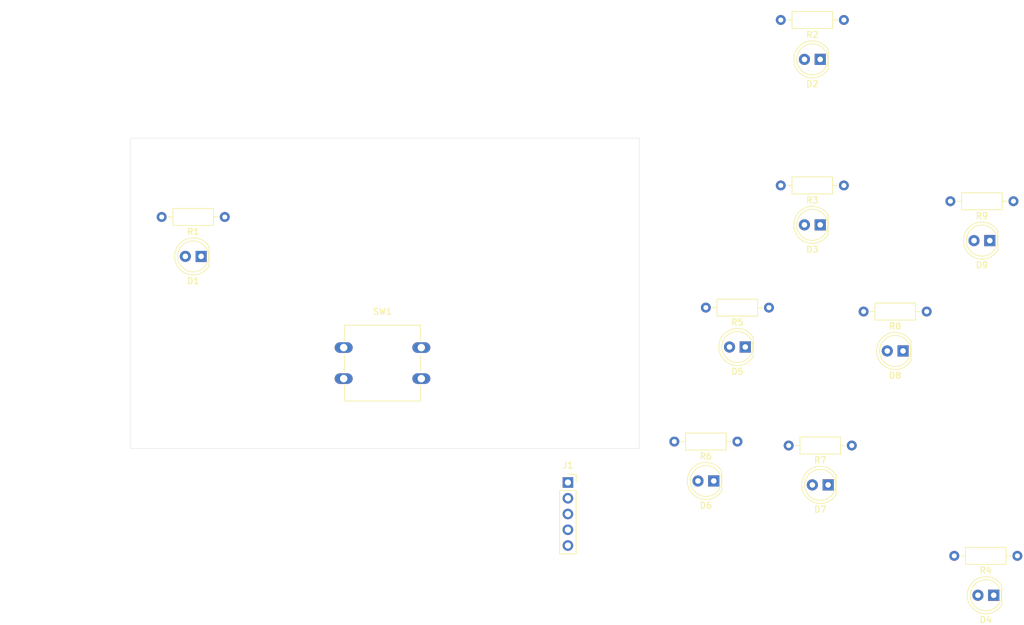
<source format=kicad_pcb>
(kicad_pcb (version 20240108) (generator "pcbnew") (generator_version "8.0")
  (layers (0 "F.Cu" signal) (31 "B.Cu" signal) (34 "B.Paste" user) (35 "F.Paste" user) (36 "B.SilkS" user "B.Silkscreen") (37 "F.SilkS" user "F.Silkscreen") (38 "B.Mask" user) (39 "F.Mask" user) (44 "Edge.Cuts" user))
  (net 0 "")
  (net 1 "Net-(D1-A)")
  (net 2 "Net-(D2-A)")
  (net 3 "Net-(D3-A)")
  (net 4 "Net-(D4-A)")
  (net 5 "Net-(D5-A)")
  (net 6 "Net-(D6-A)")
  (net 7 "Net-(D7-A)")
  (net 8 "Net-(D8-A)")
  (net 9 "-BATT")
  (net 10 "Net-(D9-A)")
  (net 11 "/LOW_LED_IN+")
  (net 12 "/BUTTON_PIN")
  (net 13 "/HIGH_LED_IN+")
  (net 14 "/CHARGING_LED_IN+")
  (footprint "Resistor_THT:R_Axial_DIN0207_L6.3mm_D2.5mm_P10.16mm_Horizontal" (layer "F.Cu") (at 222.89 85.725 180)
    (property "Reference" "R6" (at 5.08 -2.37 0) (layer "F.SilkS"))
    (property "Value" "150")
    (fp_line (start 9.12 0) (end 8.35 0) (stroke (width 0.12)) (layer "F.SilkS"))
    (fp_line (start 8.35 1.37) (end 8.35 -1.37) (stroke (width 0.12)) (layer "F.SilkS"))
    (fp_line (start 8.35 -1.37) (end 1.81 -1.37) (stroke (width 0.12)) (layer "F.SilkS"))
    (fp_line (start 1.81 1.37) (end 8.35 1.37) (stroke (width 0.12)) (layer "F.SilkS"))
    (fp_line (start 1.81 -1.37) (end 1.81 1.37) (stroke (width 0.12)) (layer "F.SilkS"))
    (fp_line (start 1.04 0) (end 1.81 0) (stroke (width 0.12)) (layer "F.SilkS"))
    (pad "1" thru_hole circle (at 0 0 180) (size 1.6 1.6) (drill 0.8) (layers "*.Cu" "*.Mask") (net 13 "/HIGH_LED_IN+"))
    (pad "2" thru_hole oval (at 10.16 0 180) (size 1.6 1.6) (drill 0.8) (layers "*.Cu" "*.Mask") (net 6 "Net-(D6-A)"))
  )
  (footprint "LED_THT:LED_D5.0mm" (layer "F.Cu") (at 236.22 50.8 180)
    (property "Reference" "D3" (at 1.27 -3.96 0) (layer "F.SilkS"))
    (property "Value" "LED")
    (fp_line (start -1.29 -1.545) (end -1.29 1.545) (stroke (width 0.12)) (layer "F.SilkS"))
    (fp_arc (start 4.26 -0.000462) (mid 2.072002 2.880433) (end -1.29 1.54483) (stroke (width 0.12)) (layer "F.SilkS"))
    (fp_arc (start -1.29 -1.54483) (mid 2.072002 -2.880433) (end 4.26 0.000462) (stroke (width 0.12)) (layer "F.SilkS"))
    (fp_circle (center 1.27 0) (end 3.77 0) (stroke (width 0.12)) (fill none) (layer "F.SilkS"))
    (pad "1" thru_hole rect (at 0 0 180) (size 1.8 1.8) (drill 0.9) (layers "*.Cu" "*.Mask") (net 9 "-BATT"))
    (pad "2" thru_hole circle (at 2.54 0 180) (size 1.8 1.8) (drill 0.9) (layers "*.Cu" "*.Mask") (net 3 "Net-(D3-A)"))
  )
  (footprint "LED_THT:LED_D5.0mm" (layer "F.Cu") (at 263.53 53.34 180)
    (property "Reference" "D9" (at 1.27 -3.96 0) (layer "F.SilkS"))
    (property "Value" "LED")
    (fp_line (start -1.29 -1.545) (end -1.29 1.545) (stroke (width 0.12)) (layer "F.SilkS"))
    (fp_arc (start 4.26 -0.000462) (mid 2.072002 2.880433) (end -1.29 1.54483) (stroke (width 0.12)) (layer "F.SilkS"))
    (fp_arc (start -1.29 -1.54483) (mid 2.072002 -2.880433) (end 4.26 0.000462) (stroke (width 0.12)) (layer "F.SilkS"))
    (fp_circle (center 1.27 0) (end 3.77 0) (stroke (width 0.12)) (fill none) (layer "F.SilkS"))
    (pad "1" thru_hole rect (at 0 0 180) (size 1.8 1.8) (drill 0.9) (layers "*.Cu" "*.Mask") (net 9 "-BATT"))
    (pad "2" thru_hole circle (at 2.54 0 180) (size 1.8 1.8) (drill 0.9) (layers "*.Cu" "*.Mask") (net 10 "Net-(D9-A)"))
  )
  (footprint "Resistor_THT:R_Axial_DIN0207_L6.3mm_D2.5mm_P10.16mm_Horizontal" (layer "F.Cu") (at 267.97 104.14 180)
    (property "Reference" "R4" (at 5.08 -2.37 0) (layer "F.SilkS"))
    (property "Value" "150")
    (fp_line (start 9.12 0) (end 8.35 0) (stroke (width 0.12)) (layer "F.SilkS"))
    (fp_line (start 8.35 1.37) (end 8.35 -1.37) (stroke (width 0.12)) (layer "F.SilkS"))
    (fp_line (start 8.35 -1.37) (end 1.81 -1.37) (stroke (width 0.12)) (layer "F.SilkS"))
    (fp_line (start 1.81 1.37) (end 8.35 1.37) (stroke (width 0.12)) (layer "F.SilkS"))
    (fp_line (start 1.81 -1.37) (end 1.81 1.37) (stroke (width 0.12)) (layer "F.SilkS"))
    (fp_line (start 1.04 0) (end 1.81 0) (stroke (width 0.12)) (layer "F.SilkS"))
    (pad "1" thru_hole circle (at 0 0 180) (size 1.6 1.6) (drill 0.8) (layers "*.Cu" "*.Mask") (net 11 "/LOW_LED_IN+"))
    (pad "2" thru_hole oval (at 10.16 0 180) (size 1.6 1.6) (drill 0.8) (layers "*.Cu" "*.Mask") (net 4 "Net-(D4-A)"))
  )
  (footprint "Resistor_THT:R_Axial_DIN0207_L6.3mm_D2.5mm_P10.16mm_Horizontal" (layer "F.Cu") (at 267.34 46.99 180)
    (property "Reference" "R9" (at 5.08 -2.37 0) (layer "F.SilkS"))
    (property "Value" "150")
    (fp_line (start 9.12 0) (end 8.35 0) (stroke (width 0.12)) (layer "F.SilkS"))
    (fp_line (start 8.35 1.37) (end 8.35 -1.37) (stroke (width 0.12)) (layer "F.SilkS"))
    (fp_line (start 8.35 -1.37) (end 1.81 -1.37) (stroke (width 0.12)) (layer "F.SilkS"))
    (fp_line (start 1.81 1.37) (end 8.35 1.37) (stroke (width 0.12)) (layer "F.SilkS"))
    (fp_line (start 1.81 -1.37) (end 1.81 1.37) (stroke (width 0.12)) (layer "F.SilkS"))
    (fp_line (start 1.04 0) (end 1.81 0) (stroke (width 0.12)) (layer "F.SilkS"))
    (pad "1" thru_hole circle (at 0 0 180) (size 1.6 1.6) (drill 0.8) (layers "*.Cu" "*.Mask") (net 14 "/CHARGING_LED_IN+"))
    (pad "2" thru_hole oval (at 10.16 0 180) (size 1.6 1.6) (drill 0.8) (layers "*.Cu" "*.Mask") (net 10 "Net-(D9-A)"))
  )
  (footprint "LED_THT:LED_D5.0mm" (layer "F.Cu") (at 249.56 71.12 180)
    (property "Reference" "D8" (at 1.27 -3.96 0) (layer "F.SilkS"))
    (property "Value" "LED")
    (fp_line (start -1.29 -1.545) (end -1.29 1.545) (stroke (width 0.12)) (layer "F.SilkS"))
    (fp_arc (start 4.26 -0.000462) (mid 2.072002 2.880433) (end -1.29 1.54483) (stroke (width 0.12)) (layer "F.SilkS"))
    (fp_arc (start -1.29 -1.54483) (mid 2.072002 -2.880433) (end 4.26 0.000462) (stroke (width 0.12)) (layer "F.SilkS"))
    (fp_circle (center 1.27 0) (end 3.77 0) (stroke (width 0.12)) (fill none) (layer "F.SilkS"))
    (pad "1" thru_hole rect (at 0 0 180) (size 1.8 1.8) (drill 0.9) (layers "*.Cu" "*.Mask") (net 9 "-BATT"))
    (pad "2" thru_hole circle (at 2.54 0 180) (size 1.8 1.8) (drill 0.9) (layers "*.Cu" "*.Mask") (net 8 "Net-(D8-A)"))
  )
  (footprint "LED_THT:LED_D5.0mm" (layer "F.Cu") (at 236.22 24.13 180)
    (property "Reference" "D2" (at 1.27 -3.96 0) (layer "F.SilkS"))
    (property "Value" "LED")
    (fp_line (start -1.29 -1.545) (end -1.29 1.545) (stroke (width 0.12)) (layer "F.SilkS"))
    (fp_arc (start 4.26 -0.000462) (mid 2.072002 2.880433) (end -1.29 1.54483) (stroke (width 0.12)) (layer "F.SilkS"))
    (fp_arc (start -1.29 -1.54483) (mid 2.072002 -2.880433) (end 4.26 0.000462) (stroke (width 0.12)) (layer "F.SilkS"))
    (fp_circle (center 1.27 0) (end 3.77 0) (stroke (width 0.12)) (fill none) (layer "F.SilkS"))
    (pad "1" thru_hole rect (at 0 0 180) (size 1.8 1.8) (drill 0.9) (layers "*.Cu" "*.Mask") (net 9 "-BATT"))
    (pad "2" thru_hole circle (at 2.54 0 180) (size 1.8 1.8) (drill 0.9) (layers "*.Cu" "*.Mask") (net 2 "Net-(D2-A)"))
  )
  (footprint "Resistor_THT:R_Axial_DIN0207_L6.3mm_D2.5mm_P10.16mm_Horizontal" (layer "F.Cu") (at 253.37 64.77 180)
    (property "Reference" "R8" (at 5.08 -2.37 0) (layer "F.SilkS"))
    (property "Value" "150")
    (fp_line (start 9.12 0) (end 8.35 0) (stroke (width 0.12)) (layer "F.SilkS"))
    (fp_line (start 8.35 1.37) (end 8.35 -1.37) (stroke (width 0.12)) (layer "F.SilkS"))
    (fp_line (start 8.35 -1.37) (end 1.81 -1.37) (stroke (width 0.12)) (layer "F.SilkS"))
    (fp_line (start 1.81 1.37) (end 8.35 1.37) (stroke (width 0.12)) (layer "F.SilkS"))
    (fp_line (start 1.81 -1.37) (end 1.81 1.37) (stroke (width 0.12)) (layer "F.SilkS"))
    (fp_line (start 1.04 0) (end 1.81 0) (stroke (width 0.12)) (layer "F.SilkS"))
    (pad "1" thru_hole circle (at 0 0 180) (size 1.6 1.6) (drill 0.8) (layers "*.Cu" "*.Mask") (net 13 "/HIGH_LED_IN+"))
    (pad "2" thru_hole oval (at 10.16 0 180) (size 1.6 1.6) (drill 0.8) (layers "*.Cu" "*.Mask") (net 8 "Net-(D8-A)"))
  )
  (footprint "Connector_PinSocket_2.54mm:PinSocket_1x05_P2.54mm_Vertical" (layer "F.Cu") (at 195.59 92.32)
    (property "Reference" "J1" (at 0 -2.77 0) (layer "F.SilkS"))
    (property "Value" "Conn_01x05_Pin")
    (fp_line (start -1.33 1.27) (end -1.33 11.49) (stroke (width 0.12)) (layer "F.SilkS"))
    (fp_line (start -1.33 1.27) (end 1.33 1.27) (stroke (width 0.12)) (layer "F.SilkS"))
    (fp_line (start -1.33 11.49) (end 1.33 11.49) (stroke (width 0.12)) (layer "F.SilkS"))
    (fp_line (start 0 -1.33) (end 1.33 -1.33) (stroke (width 0.12)) (layer "F.SilkS"))
    (fp_line (start 1.33 -1.33) (end 1.33 0) (stroke (width 0.12)) (layer "F.SilkS"))
    (fp_line (start 1.33 1.27) (end 1.33 11.49) (stroke (width 0.12)) (layer "F.SilkS"))
    (pad "1" thru_hole rect (at 0 0) (size 1.7 1.7) (drill 1) (layers "*.Cu" "*.Mask") (net 11 "/LOW_LED_IN+"))
    (pad "2" thru_hole oval (at 0 2.54) (size 1.7 1.7) (drill 1) (layers "*.Cu" "*.Mask") (net 13 "/HIGH_LED_IN+"))
    (pad "3" thru_hole oval (at 0 5.08) (size 1.7 1.7) (drill 1) (layers "*.Cu" "*.Mask") (net 14 "/CHARGING_LED_IN+"))
    (pad "4" thru_hole oval (at 0 7.62) (size 1.7 1.7) (drill 1) (layers "*.Cu" "*.Mask") (net 12 "/BUTTON_PIN"))
    (pad "5" thru_hole oval (at 0 10.16) (size 1.7 1.7) (drill 1) (layers "*.Cu" "*.Mask") (net 9 "-BATT"))
  )
  (footprint "Resistor_THT:R_Axial_DIN0207_L6.3mm_D2.5mm_P10.16mm_Horizontal" (layer "F.Cu") (at 240.03 44.45 180)
    (property "Reference" "R3" (at 5.08 -2.37 0) (layer "F.SilkS"))
    (property "Value" "150")
    (fp_line (start 9.12 0) (end 8.35 0) (stroke (width 0.12)) (layer "F.SilkS"))
    (fp_line (start 8.35 1.37) (end 8.35 -1.37) (stroke (width 0.12)) (layer "F.SilkS"))
    (fp_line (start 8.35 -1.37) (end 1.81 -1.37) (stroke (width 0.12)) (layer "F.SilkS"))
    (fp_line (start 1.81 1.37) (end 8.35 1.37) (stroke (width 0.12)) (layer "F.SilkS"))
    (fp_line (start 1.81 -1.37) (end 1.81 1.37) (stroke (width 0.12)) (layer "F.SilkS"))
    (fp_line (start 1.04 0) (end 1.81 0) (stroke (width 0.12)) (layer "F.SilkS"))
    (pad "1" thru_hole circle (at 0 0 180) (size 1.6 1.6) (drill 0.8) (layers "*.Cu" "*.Mask") (net 11 "/LOW_LED_IN+"))
    (pad "2" thru_hole oval (at 10.16 0 180) (size 1.6 1.6) (drill 0.8) (layers "*.Cu" "*.Mask") (net 3 "Net-(D3-A)"))
  )
  (footprint "Button_Switch_THT:SW_SPST_Omron_B3F-40xx" (layer "F.Cu") (at 159.485 70.58)
    (property "Reference" "SW1" (at 6.25 -5.8 0) (layer "F.SilkS"))
    (property "Value" "SW_Push")
    (fp_line (start 0.14 -3.61) (end 0.14 -1.1) (stroke (width 0.12)) (layer "F.SilkS"))
    (fp_line (start 0.14 -3.61) (end 12.36 -3.61) (stroke (width 0.12)) (layer "F.SilkS"))
    (fp_line (start 0.14 1.2) (end 0.14 3.8) (stroke (width 0.12)) (layer "F.SilkS"))
    (fp_line (start 0.14 6.1) (end 0.14 8.61) (stroke (width 0.12)) (layer "F.SilkS"))
    (fp_line (start 12.36 -3.61) (end 12.36 -1.1) (stroke (width 0.12)) (layer "F.SilkS"))
    (fp_line (start 12.36 1.2) (end 12.36 3.8) (stroke (width 0.12)) (layer "F.SilkS"))
    (fp_line (start 12.36 6.1) (end 12.36 8.61) (stroke (width 0.12)) (layer "F.SilkS"))
    (fp_line (start 12.36 8.61) (end 0.14 8.61) (stroke (width 0.12)) (layer "F.SilkS"))
    (pad "" np_thru_hole circle (at 6.25 -2) (size 1.8 1.8) (drill 1.8) (layers "F&B.Cu" "*.Mask"))
    (pad "" np_thru_hole circle (at 6.25 7) (size 1.8 1.8) (drill 1.8) (layers "F&B.Cu" "*.Mask"))
    (pad "1" thru_hole oval (at 0 0) (size 2.9 1.7) (drill 1.2) (layers "*.Cu" "*.Mask") (net 12 "/BUTTON_PIN"))
    (pad "1" thru_hole oval (at 12.5 0) (size 2.9 1.7) (drill 1.2) (layers "*.Cu" "*.Mask") (net 12 "/BUTTON_PIN"))
    (pad "2" thru_hole oval (at 0 5) (size 2.9 1.7) (drill 1.2) (layers "*.Cu" "*.Mask") (net 9 "-BATT"))
    (pad "2" thru_hole oval (at 12.5 5) (size 2.9 1.7) (drill 1.2) (layers "*.Cu" "*.Mask") (net 9 "-BATT"))
  )
  (footprint "LED_THT:LED_D5.0mm" (layer "F.Cu") (at 219.08 92.075 180)
    (property "Reference" "D6" (at 1.27 -3.96 0) (layer "F.SilkS"))
    (property "Value" "LED")
    (fp_line (start -1.29 -1.545) (end -1.29 1.545) (stroke (width 0.12)) (layer "F.SilkS"))
    (fp_arc (start 4.26 -0.000462) (mid 2.072002 2.880433) (end -1.29 1.54483) (stroke (width 0.12)) (layer "F.SilkS"))
    (fp_arc (start -1.29 -1.54483) (mid 2.072002 -2.880433) (end 4.26 0.000462) (stroke (width 0.12)) (layer "F.SilkS"))
    (fp_circle (center 1.27 0) (end 3.77 0) (stroke (width 0.12)) (fill none) (layer "F.SilkS"))
    (pad "1" thru_hole rect (at 0 0 180) (size 1.8 1.8) (drill 0.9) (layers "*.Cu" "*.Mask") (net 9 "-BATT"))
    (pad "2" thru_hole circle (at 2.54 0 180) (size 1.8 1.8) (drill 0.9) (layers "*.Cu" "*.Mask") (net 6 "Net-(D6-A)"))
  )
  (footprint "Resistor_THT:R_Axial_DIN0207_L6.3mm_D2.5mm_P10.16mm_Horizontal" (layer "F.Cu") (at 241.305 86.36 180)
    (property "Reference" "R7" (at 5.08 -2.37 0) (layer "F.SilkS"))
    (property "Value" "150")
    (fp_line (start 9.12 0) (end 8.35 0) (stroke (width 0.12)) (layer "F.SilkS"))
    (fp_line (start 8.35 1.37) (end 8.35 -1.37) (stroke (width 0.12)) (layer "F.SilkS"))
    (fp_line (start 8.35 -1.37) (end 1.81 -1.37) (stroke (width 0.12)) (layer "F.SilkS"))
    (fp_line (start 1.81 1.37) (end 8.35 1.37) (stroke (width 0.12)) (layer "F.SilkS"))
    (fp_line (start 1.81 -1.37) (end 1.81 1.37) (stroke (width 0.12)) (layer "F.SilkS"))
    (fp_line (start 1.04 0) (end 1.81 0) (stroke (width 0.12)) (layer "F.SilkS"))
    (pad "1" thru_hole circle (at 0 0 180) (size 1.6 1.6) (drill 0.8) (layers "*.Cu" "*.Mask") (net 13 "/HIGH_LED_IN+"))
    (pad "2" thru_hole oval (at 10.16 0 180) (size 1.6 1.6) (drill 0.8) (layers "*.Cu" "*.Mask") (net 7 "Net-(D7-A)"))
  )
  (footprint "LED_THT:LED_D5.0mm" (layer "F.Cu") (at 224.155 70.485 180)
    (property "Reference" "D5" (at 1.27 -3.96 0) (layer "F.SilkS"))
    (property "Value" "LED")
    (fp_line (start -1.29 -1.545) (end -1.29 1.545) (stroke (width 0.12)) (layer "F.SilkS"))
    (fp_arc (start 4.26 -0.000462) (mid 2.072002 2.880433) (end -1.29 1.54483) (stroke (width 0.12)) (layer "F.SilkS"))
    (fp_arc (start -1.29 -1.54483) (mid 2.072002 -2.880433) (end 4.26 0.000462) (stroke (width 0.12)) (layer "F.SilkS"))
    (fp_circle (center 1.27 0) (end 3.77 0) (stroke (width 0.12)) (fill none) (layer "F.SilkS"))
    (pad "1" thru_hole rect (at 0 0 180) (size 1.8 1.8) (drill 0.9) (layers "*.Cu" "*.Mask") (net 9 "-BATT"))
    (pad "2" thru_hole circle (at 2.54 0 180) (size 1.8 1.8) (drill 0.9) (layers "*.Cu" "*.Mask") (net 5 "Net-(D5-A)"))
  )
  (footprint "Resistor_THT:R_Axial_DIN0207_L6.3mm_D2.5mm_P10.16mm_Horizontal" (layer "F.Cu") (at 227.965 64.135 180)
    (property "Reference" "R5" (at 5.08 -2.37 0) (layer "F.SilkS"))
    (property "Value" "150")
    (fp_line (start 9.12 0) (end 8.35 0) (stroke (width 0.12)) (layer "F.SilkS"))
    (fp_line (start 8.35 1.37) (end 8.35 -1.37) (stroke (width 0.12)) (layer "F.SilkS"))
    (fp_line (start 8.35 -1.37) (end 1.81 -1.37) (stroke (width 0.12)) (layer "F.SilkS"))
    (fp_line (start 1.81 1.37) (end 8.35 1.37) (stroke (width 0.12)) (layer "F.SilkS"))
    (fp_line (start 1.81 -1.37) (end 1.81 1.37) (stroke (width 0.12)) (layer "F.SilkS"))
    (fp_line (start 1.04 0) (end 1.81 0) (stroke (width 0.12)) (layer "F.SilkS"))
    (pad "1" thru_hole circle (at 0 0 180) (size 1.6 1.6) (drill 0.8) (layers "*.Cu" "*.Mask") (net 13 "/HIGH_LED_IN+"))
    (pad "2" thru_hole oval (at 10.16 0 180) (size 1.6 1.6) (drill 0.8) (layers "*.Cu" "*.Mask") (net 5 "Net-(D5-A)"))
  )
  (footprint "LED_THT:LED_D5.0mm" (layer "F.Cu") (at 264.16 110.49 180)
    (property "Reference" "D4" (at 1.27 -3.96 0) (layer "F.SilkS"))
    (property "Value" "LED")
    (fp_line (start -1.29 -1.545) (end -1.29 1.545) (stroke (width 0.12)) (layer "F.SilkS"))
    (fp_arc (start 4.26 -0.000462) (mid 2.072002 2.880433) (end -1.29 1.54483) (stroke (width 0.12)) (layer "F.SilkS"))
    (fp_arc (start -1.29 -1.54483) (mid 2.072002 -2.880433) (end 4.26 0.000462) (stroke (width 0.12)) (layer "F.SilkS"))
    (fp_circle (center 1.27 0) (end 3.77 0) (stroke (width 0.12)) (fill none) (layer "F.SilkS"))
    (pad "1" thru_hole rect (at 0 0 180) (size 1.8 1.8) (drill 0.9) (layers "*.Cu" "*.Mask") (net 9 "-BATT"))
    (pad "2" thru_hole circle (at 2.54 0 180) (size 1.8 1.8) (drill 0.9) (layers "*.Cu" "*.Mask") (net 4 "Net-(D4-A)"))
  )
  (footprint "Resistor_THT:R_Axial_DIN0207_L6.3mm_D2.5mm_P10.16mm_Horizontal" (layer "F.Cu") (at 140.335 49.53 180)
    (property "Reference" "R1" (at 5.08 -2.37 0) (layer "F.SilkS"))
    (property "Value" "150")
    (fp_line (start 9.12 0) (end 8.35 0) (stroke (width 0.12)) (layer "F.SilkS"))
    (fp_line (start 8.35 1.37) (end 8.35 -1.37) (stroke (width 0.12)) (layer "F.SilkS"))
    (fp_line (start 8.35 -1.37) (end 1.81 -1.37) (stroke (width 0.12)) (layer "F.SilkS"))
    (fp_line (start 1.81 1.37) (end 8.35 1.37) (stroke (width 0.12)) (layer "F.SilkS"))
    (fp_line (start 1.81 -1.37) (end 1.81 1.37) (stroke (width 0.12)) (layer "F.SilkS"))
    (fp_line (start 1.04 0) (end 1.81 0) (stroke (width 0.12)) (layer "F.SilkS"))
    (pad "1" thru_hole circle (at 0 0 180) (size 1.6 1.6) (drill 0.8) (layers "*.Cu" "*.Mask") (net 11 "/LOW_LED_IN+"))
    (pad "2" thru_hole oval (at 10.16 0 180) (size 1.6 1.6) (drill 0.8) (layers "*.Cu" "*.Mask") (net 1 "Net-(D1-A)"))
  )
  (footprint "LED_THT:LED_D5.0mm" (layer "F.Cu") (at 136.525 55.88 180)
    (property "Reference" "D1" (at 1.27 -3.96 0) (layer "F.SilkS"))
    (property "Value" "LED")
    (fp_line (start -1.29 -1.545) (end -1.29 1.545) (stroke (width 0.12)) (layer "F.SilkS"))
    (fp_arc (start 4.26 -0.000462) (mid 2.072002 2.880433) (end -1.29 1.54483) (stroke (width 0.12)) (layer "F.SilkS"))
    (fp_arc (start -1.29 -1.54483) (mid 2.072002 -2.880433) (end 4.26 0.000462) (stroke (width 0.12)) (layer "F.SilkS"))
    (fp_circle (center 1.27 0) (end 3.77 0) (stroke (width 0.12)) (fill none) (layer "F.SilkS"))
    (pad "1" thru_hole rect (at 0 0 180) (size 1.8 1.8) (drill 0.9) (layers "*.Cu" "*.Mask") (net 9 "-BATT"))
    (pad "2" thru_hole circle (at 2.54 0 180) (size 1.8 1.8) (drill 0.9) (layers "*.Cu" "*.Mask") (net 1 "Net-(D1-A)"))
  )
  (footprint "LED_THT:LED_D5.0mm" (layer "F.Cu") (at 237.495 92.71 180)
    (property "Reference" "D7" (at 1.27 -3.96 0) (layer "F.SilkS"))
    (property "Value" "LED")
    (fp_line (start -1.29 -1.545) (end -1.29 1.545) (stroke (width 0.12)) (layer "F.SilkS"))
    (fp_arc (start 4.26 -0.000462) (mid 2.072002 2.880433) (end -1.29 1.54483) (stroke (width 0.12)) (layer "F.SilkS"))
    (fp_arc (start -1.29 -1.54483) (mid 2.072002 -2.880433) (end 4.26 0.000462) (stroke (width 0.12)) (layer "F.SilkS"))
    (fp_circle (center 1.27 0) (end 3.77 0) (stroke (width 0.12)) (fill none) (layer "F.SilkS"))
    (pad "1" thru_hole rect (at 0 0 180) (size 1.8 1.8) (drill 0.9) (layers "*.Cu" "*.Mask") (net 9 "-BATT"))
    (pad "2" thru_hole circle (at 2.54 0 180) (size 1.8 1.8) (drill 0.9) (layers "*.Cu" "*.Mask") (net 7 "Net-(D7-A)"))
  )
  (footprint "Resistor_THT:R_Axial_DIN0207_L6.3mm_D2.5mm_P10.16mm_Horizontal" (layer "F.Cu") (at 240.03 17.78 180)
    (property "Reference" "R2" (at 5.08 -2.37 0) (layer "F.SilkS"))
    (property "Value" "150")
    (fp_line (start 9.12 0) (end 8.35 0) (stroke (width 0.12)) (layer "F.SilkS"))
    (fp_line (start 8.35 1.37) (end 8.35 -1.37) (stroke (width 0.12)) (layer "F.SilkS"))
    (fp_line (start 8.35 -1.37) (end 1.81 -1.37) (stroke (width 0.12)) (layer "F.SilkS"))
    (fp_line (start 1.81 1.37) (end 8.35 1.37) (stroke (width 0.12)) (layer "F.SilkS"))
    (fp_line (start 1.81 -1.37) (end 1.81 1.37) (stroke (width 0.12)) (layer "F.SilkS"))
    (fp_line (start 1.04 0) (end 1.81 0) (stroke (width 0.12)) (layer "F.SilkS"))
    (pad "1" thru_hole circle (at 0 0 180) (size 1.6 1.6) (drill 0.8) (layers "*.Cu" "*.Mask") (net 11 "/LOW_LED_IN+"))
    (pad "2" thru_hole oval (at 10.16 0 180) (size 1.6 1.6) (drill 0.8) (layers "*.Cu" "*.Mask") (net 2 "Net-(D2-A)"))
  )
  (gr_rect (start 125.095 36.83) (end 207.095 86.83) (stroke (width 0.05)) (fill none) (layer "Edge.Cuts"))
)
</source>
